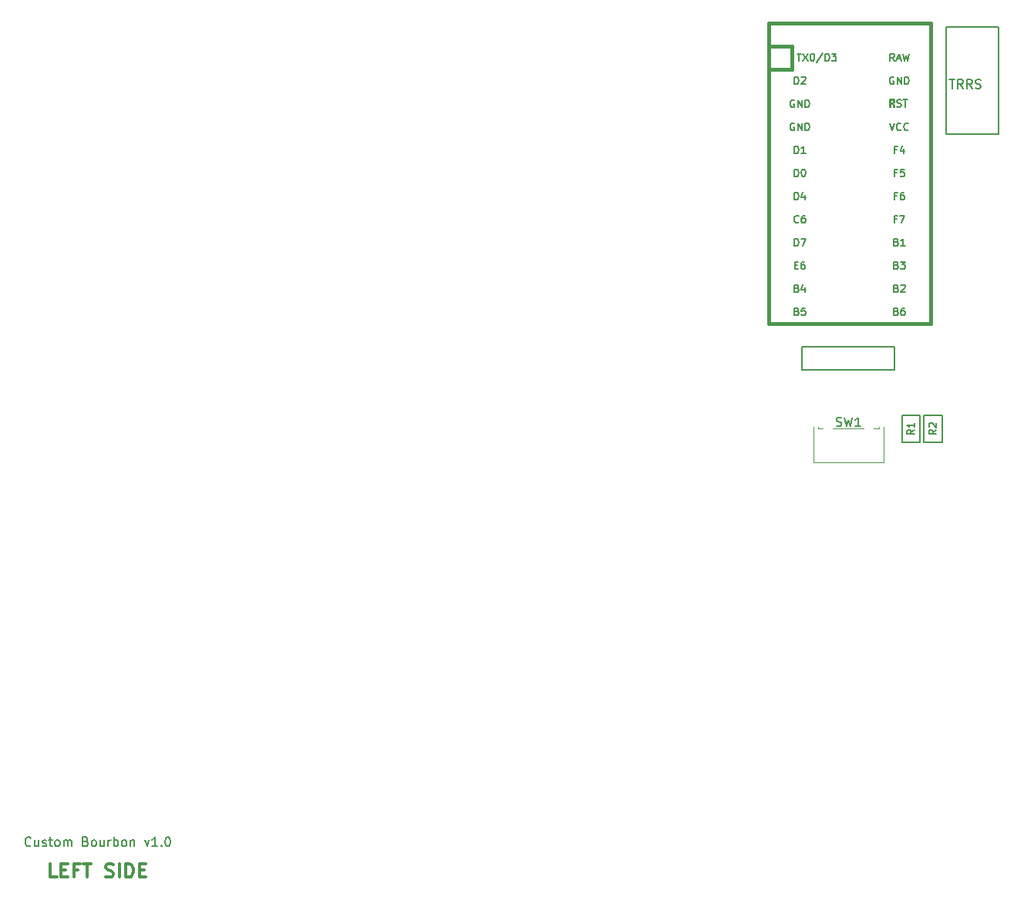
<source format=gto>
G04 #@! TF.GenerationSoftware,KiCad,Pcbnew,5.1.10*
G04 #@! TF.CreationDate,2021-08-07T14:45:58-04:00*
G04 #@! TF.ProjectId,v05_left,7630355f-6c65-4667-942e-6b696361645f,rev?*
G04 #@! TF.SameCoordinates,Original*
G04 #@! TF.FileFunction,Legend,Top*
G04 #@! TF.FilePolarity,Positive*
%FSLAX46Y46*%
G04 Gerber Fmt 4.6, Leading zero omitted, Abs format (unit mm)*
G04 Created by KiCad (PCBNEW 5.1.10) date 2021-08-07 14:45:58*
%MOMM*%
%LPD*%
G01*
G04 APERTURE LIST*
%ADD10C,0.300000*%
%ADD11C,0.150000*%
%ADD12C,0.381000*%
%ADD13C,0.120000*%
%ADD14C,3.987800*%
%ADD15C,1.750000*%
%ADD16C,3.048000*%
%ADD17R,1.752600X1.752600*%
%ADD18C,1.752600*%
%ADD19C,1.200000*%
%ADD20C,2.200000*%
%ADD21C,2.100000*%
%ADD22C,1.397000*%
G04 APERTURE END LIST*
D10*
X-98956250Y-99897321D02*
X-99670535Y-99897321D01*
X-99670535Y-98397321D01*
X-98456250Y-99111607D02*
X-97956250Y-99111607D01*
X-97741964Y-99897321D02*
X-98456250Y-99897321D01*
X-98456250Y-98397321D01*
X-97741964Y-98397321D01*
X-96599107Y-99111607D02*
X-97099107Y-99111607D01*
X-97099107Y-99897321D02*
X-97099107Y-98397321D01*
X-96384821Y-98397321D01*
X-96027678Y-98397321D02*
X-95170535Y-98397321D01*
X-95599107Y-99897321D02*
X-95599107Y-98397321D01*
X-93599107Y-99825892D02*
X-93384821Y-99897321D01*
X-93027678Y-99897321D01*
X-92884821Y-99825892D01*
X-92813392Y-99754464D01*
X-92741964Y-99611607D01*
X-92741964Y-99468750D01*
X-92813392Y-99325892D01*
X-92884821Y-99254464D01*
X-93027678Y-99183035D01*
X-93313392Y-99111607D01*
X-93456250Y-99040178D01*
X-93527678Y-98968750D01*
X-93599107Y-98825892D01*
X-93599107Y-98683035D01*
X-93527678Y-98540178D01*
X-93456250Y-98468750D01*
X-93313392Y-98397321D01*
X-92956250Y-98397321D01*
X-92741964Y-98468750D01*
X-92099107Y-99897321D02*
X-92099107Y-98397321D01*
X-91384821Y-99897321D02*
X-91384821Y-98397321D01*
X-91027678Y-98397321D01*
X-90813392Y-98468750D01*
X-90670535Y-98611607D01*
X-90599107Y-98754464D01*
X-90527678Y-99040178D01*
X-90527678Y-99254464D01*
X-90599107Y-99540178D01*
X-90670535Y-99683035D01*
X-90813392Y-99825892D01*
X-91027678Y-99897321D01*
X-91384821Y-99897321D01*
X-89884821Y-99111607D02*
X-89384821Y-99111607D01*
X-89170535Y-99897321D02*
X-89884821Y-99897321D01*
X-89884821Y-98397321D01*
X-89170535Y-98397321D01*
D11*
X-101813392Y-96400892D02*
X-101861011Y-96448511D01*
X-102003869Y-96496130D01*
X-102099107Y-96496130D01*
X-102241964Y-96448511D01*
X-102337202Y-96353273D01*
X-102384821Y-96258035D01*
X-102432440Y-96067559D01*
X-102432440Y-95924702D01*
X-102384821Y-95734226D01*
X-102337202Y-95638988D01*
X-102241964Y-95543750D01*
X-102099107Y-95496130D01*
X-102003869Y-95496130D01*
X-101861011Y-95543750D01*
X-101813392Y-95591369D01*
X-100956250Y-95829464D02*
X-100956250Y-96496130D01*
X-101384821Y-95829464D02*
X-101384821Y-96353273D01*
X-101337202Y-96448511D01*
X-101241964Y-96496130D01*
X-101099107Y-96496130D01*
X-101003869Y-96448511D01*
X-100956250Y-96400892D01*
X-100527678Y-96448511D02*
X-100432440Y-96496130D01*
X-100241964Y-96496130D01*
X-100146726Y-96448511D01*
X-100099107Y-96353273D01*
X-100099107Y-96305654D01*
X-100146726Y-96210416D01*
X-100241964Y-96162797D01*
X-100384821Y-96162797D01*
X-100480059Y-96115178D01*
X-100527678Y-96019940D01*
X-100527678Y-95972321D01*
X-100480059Y-95877083D01*
X-100384821Y-95829464D01*
X-100241964Y-95829464D01*
X-100146726Y-95877083D01*
X-99813392Y-95829464D02*
X-99432440Y-95829464D01*
X-99670535Y-95496130D02*
X-99670535Y-96353273D01*
X-99622916Y-96448511D01*
X-99527678Y-96496130D01*
X-99432440Y-96496130D01*
X-98956250Y-96496130D02*
X-99051488Y-96448511D01*
X-99099107Y-96400892D01*
X-99146726Y-96305654D01*
X-99146726Y-96019940D01*
X-99099107Y-95924702D01*
X-99051488Y-95877083D01*
X-98956250Y-95829464D01*
X-98813392Y-95829464D01*
X-98718154Y-95877083D01*
X-98670535Y-95924702D01*
X-98622916Y-96019940D01*
X-98622916Y-96305654D01*
X-98670535Y-96400892D01*
X-98718154Y-96448511D01*
X-98813392Y-96496130D01*
X-98956250Y-96496130D01*
X-98194345Y-96496130D02*
X-98194345Y-95829464D01*
X-98194345Y-95924702D02*
X-98146726Y-95877083D01*
X-98051488Y-95829464D01*
X-97908630Y-95829464D01*
X-97813392Y-95877083D01*
X-97765773Y-95972321D01*
X-97765773Y-96496130D01*
X-97765773Y-95972321D02*
X-97718154Y-95877083D01*
X-97622916Y-95829464D01*
X-97480059Y-95829464D01*
X-97384821Y-95877083D01*
X-97337202Y-95972321D01*
X-97337202Y-96496130D01*
X-95765773Y-95972321D02*
X-95622916Y-96019940D01*
X-95575297Y-96067559D01*
X-95527678Y-96162797D01*
X-95527678Y-96305654D01*
X-95575297Y-96400892D01*
X-95622916Y-96448511D01*
X-95718154Y-96496130D01*
X-96099107Y-96496130D01*
X-96099107Y-95496130D01*
X-95765773Y-95496130D01*
X-95670535Y-95543750D01*
X-95622916Y-95591369D01*
X-95575297Y-95686607D01*
X-95575297Y-95781845D01*
X-95622916Y-95877083D01*
X-95670535Y-95924702D01*
X-95765773Y-95972321D01*
X-96099107Y-95972321D01*
X-94956250Y-96496130D02*
X-95051488Y-96448511D01*
X-95099107Y-96400892D01*
X-95146726Y-96305654D01*
X-95146726Y-96019940D01*
X-95099107Y-95924702D01*
X-95051488Y-95877083D01*
X-94956250Y-95829464D01*
X-94813392Y-95829464D01*
X-94718154Y-95877083D01*
X-94670535Y-95924702D01*
X-94622916Y-96019940D01*
X-94622916Y-96305654D01*
X-94670535Y-96400892D01*
X-94718154Y-96448511D01*
X-94813392Y-96496130D01*
X-94956250Y-96496130D01*
X-93765773Y-95829464D02*
X-93765773Y-96496130D01*
X-94194345Y-95829464D02*
X-94194345Y-96353273D01*
X-94146726Y-96448511D01*
X-94051488Y-96496130D01*
X-93908630Y-96496130D01*
X-93813392Y-96448511D01*
X-93765773Y-96400892D01*
X-93289583Y-96496130D02*
X-93289583Y-95829464D01*
X-93289583Y-96019940D02*
X-93241964Y-95924702D01*
X-93194345Y-95877083D01*
X-93099107Y-95829464D01*
X-93003869Y-95829464D01*
X-92670535Y-96496130D02*
X-92670535Y-95496130D01*
X-92670535Y-95877083D02*
X-92575297Y-95829464D01*
X-92384821Y-95829464D01*
X-92289583Y-95877083D01*
X-92241964Y-95924702D01*
X-92194345Y-96019940D01*
X-92194345Y-96305654D01*
X-92241964Y-96400892D01*
X-92289583Y-96448511D01*
X-92384821Y-96496130D01*
X-92575297Y-96496130D01*
X-92670535Y-96448511D01*
X-91622916Y-96496130D02*
X-91718154Y-96448511D01*
X-91765773Y-96400892D01*
X-91813392Y-96305654D01*
X-91813392Y-96019940D01*
X-91765773Y-95924702D01*
X-91718154Y-95877083D01*
X-91622916Y-95829464D01*
X-91480059Y-95829464D01*
X-91384821Y-95877083D01*
X-91337202Y-95924702D01*
X-91289583Y-96019940D01*
X-91289583Y-96305654D01*
X-91337202Y-96400892D01*
X-91384821Y-96448511D01*
X-91480059Y-96496130D01*
X-91622916Y-96496130D01*
X-90861011Y-95829464D02*
X-90861011Y-96496130D01*
X-90861011Y-95924702D02*
X-90813392Y-95877083D01*
X-90718154Y-95829464D01*
X-90575297Y-95829464D01*
X-90480059Y-95877083D01*
X-90432440Y-95972321D01*
X-90432440Y-96496130D01*
X-89289583Y-95829464D02*
X-89051488Y-96496130D01*
X-88813392Y-95829464D01*
X-87908630Y-96496130D02*
X-88480059Y-96496130D01*
X-88194345Y-96496130D02*
X-88194345Y-95496130D01*
X-88289583Y-95638988D01*
X-88384821Y-95734226D01*
X-88480059Y-95781845D01*
X-87480059Y-96400892D02*
X-87432440Y-96448511D01*
X-87480059Y-96496130D01*
X-87527678Y-96448511D01*
X-87480059Y-96400892D01*
X-87480059Y-96496130D01*
X-86813392Y-95496130D02*
X-86718154Y-95496130D01*
X-86622916Y-95543750D01*
X-86575297Y-95591369D01*
X-86527678Y-95686607D01*
X-86480059Y-95877083D01*
X-86480059Y-96115178D01*
X-86527678Y-96305654D01*
X-86575297Y-96400892D01*
X-86622916Y-96448511D01*
X-86718154Y-96496130D01*
X-86813392Y-96496130D01*
X-86908630Y-96448511D01*
X-86956250Y-96400892D01*
X-87003869Y-96305654D01*
X-87051488Y-96115178D01*
X-87051488Y-95877083D01*
X-87003869Y-95686607D01*
X-86956250Y-95591369D01*
X-86908630Y-95543750D01*
X-86813392Y-95496130D01*
D12*
X-18256250Y-8572500D02*
X-20796250Y-8572500D01*
X-20796250Y-6032500D02*
X-20796250Y-8572500D01*
X-3016250Y-6032500D02*
X-20796250Y-6032500D01*
X-3016250Y-8572500D02*
X-3016250Y-6032500D01*
D11*
G36*
X-6974682Y-15051860D02*
G01*
X-6974682Y-15251860D01*
X-7074682Y-15251860D01*
X-7074682Y-15051860D01*
X-6974682Y-15051860D01*
G37*
X-6974682Y-15051860D02*
X-6974682Y-15251860D01*
X-7074682Y-15251860D01*
X-7074682Y-15051860D01*
X-6974682Y-15051860D01*
G36*
X-7374682Y-14451860D02*
G01*
X-7374682Y-15251860D01*
X-7474682Y-15251860D01*
X-7474682Y-14451860D01*
X-7374682Y-14451860D01*
G37*
X-7374682Y-14451860D02*
X-7374682Y-15251860D01*
X-7474682Y-15251860D01*
X-7474682Y-14451860D01*
X-7374682Y-14451860D01*
G36*
X-6974682Y-14451860D02*
G01*
X-6974682Y-14551860D01*
X-7474682Y-14551860D01*
X-7474682Y-14451860D01*
X-6974682Y-14451860D01*
G37*
X-6974682Y-14451860D02*
X-6974682Y-14551860D01*
X-7474682Y-14551860D01*
X-7474682Y-14451860D01*
X-6974682Y-14451860D01*
G36*
X-7174682Y-14851860D02*
G01*
X-7174682Y-14951860D01*
X-7274682Y-14951860D01*
X-7274682Y-14851860D01*
X-7174682Y-14851860D01*
G37*
X-7174682Y-14851860D02*
X-7174682Y-14951860D01*
X-7274682Y-14951860D01*
X-7274682Y-14851860D01*
X-7174682Y-14851860D01*
G36*
X-6974682Y-14451860D02*
G01*
X-6974682Y-14751860D01*
X-7074682Y-14751860D01*
X-7074682Y-14451860D01*
X-6974682Y-14451860D01*
G37*
X-6974682Y-14451860D02*
X-6974682Y-14751860D01*
X-7074682Y-14751860D01*
X-7074682Y-14451860D01*
X-6974682Y-14451860D01*
D12*
X-18256250Y-11112500D02*
X-20796250Y-11112500D01*
X-18256250Y-8572500D02*
X-18256250Y-11112500D01*
X-3016250Y-39052500D02*
X-3016250Y-8572500D01*
X-20796250Y-39052500D02*
X-3016250Y-39052500D01*
X-20796250Y-8572500D02*
X-20796250Y-39052500D01*
D11*
X-1312500Y-6500000D02*
X4487500Y-6500000D01*
X4487500Y-6500000D02*
X4487500Y-18250000D01*
X4487500Y-18250000D02*
X-1312500Y-18250000D01*
X-1312500Y-18250000D02*
X-1312500Y-6500000D01*
D13*
X-10325000Y-50623750D02*
X-13725000Y-50623750D01*
X-8685000Y-50623750D02*
X-9225000Y-50623750D01*
X-14825000Y-50623750D02*
X-15365000Y-50623750D01*
X-15365000Y-50623750D02*
X-15365000Y-50393750D01*
X-8165000Y-54293750D02*
X-8165000Y-50393750D01*
X-15885000Y-54293750D02*
X-15885000Y-50393750D01*
X-8165000Y-54293750D02*
X-15885000Y-54293750D01*
X-8685000Y-50623750D02*
X-8685000Y-50393750D01*
D11*
X-3758260Y-49125110D02*
X-3758260Y-52127390D01*
X-1756740Y-49125110D02*
X-3758260Y-49125110D01*
X-1756740Y-52127390D02*
X-1756740Y-49125110D01*
X-3758260Y-52127390D02*
X-1756740Y-52127390D01*
X-4137990Y-52127390D02*
X-4137990Y-49125110D01*
X-6139510Y-52127390D02*
X-4137990Y-52127390D01*
X-6139510Y-49125110D02*
X-6139510Y-52127390D01*
X-4137990Y-49125110D02*
X-6139510Y-49125110D01*
X-17145000Y-44132500D02*
X-17145000Y-41592500D01*
X-6985000Y-41592500D02*
X-6985000Y-44132500D01*
X-17145000Y-41592500D02*
X-6985000Y-41592500D01*
X-17145000Y-44132500D02*
X-6985000Y-44132500D01*
X-6769059Y-35185357D02*
X-6654773Y-35223452D01*
X-6616678Y-35261547D01*
X-6578583Y-35337738D01*
X-6578583Y-35452023D01*
X-6616678Y-35528214D01*
X-6654773Y-35566309D01*
X-6730964Y-35604404D01*
X-7035726Y-35604404D01*
X-7035726Y-34804404D01*
X-6769059Y-34804404D01*
X-6692869Y-34842500D01*
X-6654773Y-34880595D01*
X-6616678Y-34956785D01*
X-6616678Y-35032976D01*
X-6654773Y-35109166D01*
X-6692869Y-35147261D01*
X-6769059Y-35185357D01*
X-7035726Y-35185357D01*
X-6273821Y-34880595D02*
X-6235726Y-34842500D01*
X-6159535Y-34804404D01*
X-5969059Y-34804404D01*
X-5892869Y-34842500D01*
X-5854773Y-34880595D01*
X-5816678Y-34956785D01*
X-5816678Y-35032976D01*
X-5854773Y-35147261D01*
X-6311916Y-35604404D01*
X-5816678Y-35604404D01*
X-6711916Y-27565357D02*
X-6978583Y-27565357D01*
X-6978583Y-27984404D02*
X-6978583Y-27184404D01*
X-6597630Y-27184404D01*
X-6369059Y-27184404D02*
X-5835726Y-27184404D01*
X-6178583Y-27984404D01*
X-6711916Y-25025357D02*
X-6978583Y-25025357D01*
X-6978583Y-25444404D02*
X-6978583Y-24644404D01*
X-6597630Y-24644404D01*
X-5950011Y-24644404D02*
X-6102392Y-24644404D01*
X-6178583Y-24682500D01*
X-6216678Y-24720595D01*
X-6292869Y-24834880D01*
X-6330964Y-24987261D01*
X-6330964Y-25292023D01*
X-6292869Y-25368214D01*
X-6254773Y-25406309D01*
X-6178583Y-25444404D01*
X-6026202Y-25444404D01*
X-5950011Y-25406309D01*
X-5911916Y-25368214D01*
X-5873821Y-25292023D01*
X-5873821Y-25101547D01*
X-5911916Y-25025357D01*
X-5950011Y-24987261D01*
X-6026202Y-24949166D01*
X-6178583Y-24949166D01*
X-6254773Y-24987261D01*
X-6292869Y-25025357D01*
X-6330964Y-25101547D01*
X-6711916Y-22485357D02*
X-6978583Y-22485357D01*
X-6978583Y-22904404D02*
X-6978583Y-22104404D01*
X-6597630Y-22104404D01*
X-5911916Y-22104404D02*
X-6292869Y-22104404D01*
X-6330964Y-22485357D01*
X-6292869Y-22447261D01*
X-6216678Y-22409166D01*
X-6026202Y-22409166D01*
X-5950011Y-22447261D01*
X-5911916Y-22485357D01*
X-5873821Y-22561547D01*
X-5873821Y-22752023D01*
X-5911916Y-22828214D01*
X-5950011Y-22866309D01*
X-6026202Y-22904404D01*
X-6216678Y-22904404D01*
X-6292869Y-22866309D01*
X-6330964Y-22828214D01*
X-6997630Y-10204404D02*
X-7264297Y-9823452D01*
X-7454773Y-10204404D02*
X-7454773Y-9404404D01*
X-7150011Y-9404404D01*
X-7073821Y-9442500D01*
X-7035726Y-9480595D01*
X-6997630Y-9556785D01*
X-6997630Y-9671071D01*
X-7035726Y-9747261D01*
X-7073821Y-9785357D01*
X-7150011Y-9823452D01*
X-7454773Y-9823452D01*
X-6692869Y-9975833D02*
X-6311916Y-9975833D01*
X-6769059Y-10204404D02*
X-6502392Y-9404404D01*
X-6235726Y-10204404D01*
X-6045250Y-9404404D02*
X-5854773Y-10204404D01*
X-5702392Y-9632976D01*
X-5550011Y-10204404D01*
X-5359535Y-9404404D01*
X-7054773Y-11982500D02*
X-7130964Y-11944404D01*
X-7245250Y-11944404D01*
X-7359535Y-11982500D01*
X-7435726Y-12058690D01*
X-7473821Y-12134880D01*
X-7511916Y-12287261D01*
X-7511916Y-12401547D01*
X-7473821Y-12553928D01*
X-7435726Y-12630119D01*
X-7359535Y-12706309D01*
X-7245250Y-12744404D01*
X-7169059Y-12744404D01*
X-7054773Y-12706309D01*
X-7016678Y-12668214D01*
X-7016678Y-12401547D01*
X-7169059Y-12401547D01*
X-6673821Y-12744404D02*
X-6673821Y-11944404D01*
X-6216678Y-12744404D01*
X-6216678Y-11944404D01*
X-5835726Y-12744404D02*
X-5835726Y-11944404D01*
X-5645250Y-11944404D01*
X-5530964Y-11982500D01*
X-5454773Y-12058690D01*
X-5416678Y-12134880D01*
X-5378583Y-12287261D01*
X-5378583Y-12401547D01*
X-5416678Y-12553928D01*
X-5454773Y-12630119D01*
X-5530964Y-12706309D01*
X-5645250Y-12744404D01*
X-5835726Y-12744404D01*
X-6706463Y-15216309D02*
X-6592177Y-15254404D01*
X-6401701Y-15254404D01*
X-6325510Y-15216309D01*
X-6287415Y-15178214D01*
X-6249320Y-15102023D01*
X-6249320Y-15025833D01*
X-6287415Y-14949642D01*
X-6325510Y-14911547D01*
X-6401701Y-14873452D01*
X-6554082Y-14835357D01*
X-6630272Y-14797261D01*
X-6668368Y-14759166D01*
X-6706463Y-14682976D01*
X-6706463Y-14606785D01*
X-6668368Y-14530595D01*
X-6630272Y-14492500D01*
X-6554082Y-14454404D01*
X-6363606Y-14454404D01*
X-6249320Y-14492500D01*
X-6020749Y-14454404D02*
X-5563606Y-14454404D01*
X-5792177Y-15254404D02*
X-5792177Y-14454404D01*
X-7511916Y-17024404D02*
X-7245250Y-17824404D01*
X-6978583Y-17024404D01*
X-6254773Y-17748214D02*
X-6292869Y-17786309D01*
X-6407154Y-17824404D01*
X-6483345Y-17824404D01*
X-6597630Y-17786309D01*
X-6673821Y-17710119D01*
X-6711916Y-17633928D01*
X-6750011Y-17481547D01*
X-6750011Y-17367261D01*
X-6711916Y-17214880D01*
X-6673821Y-17138690D01*
X-6597630Y-17062500D01*
X-6483345Y-17024404D01*
X-6407154Y-17024404D01*
X-6292869Y-17062500D01*
X-6254773Y-17100595D01*
X-5454773Y-17748214D02*
X-5492869Y-17786309D01*
X-5607154Y-17824404D01*
X-5683345Y-17824404D01*
X-5797630Y-17786309D01*
X-5873821Y-17710119D01*
X-5911916Y-17633928D01*
X-5950011Y-17481547D01*
X-5950011Y-17367261D01*
X-5911916Y-17214880D01*
X-5873821Y-17138690D01*
X-5797630Y-17062500D01*
X-5683345Y-17024404D01*
X-5607154Y-17024404D01*
X-5492869Y-17062500D01*
X-5454773Y-17100595D01*
X-6711916Y-19945357D02*
X-6978583Y-19945357D01*
X-6978583Y-20364404D02*
X-6978583Y-19564404D01*
X-6597630Y-19564404D01*
X-5950011Y-19831071D02*
X-5950011Y-20364404D01*
X-6140488Y-19526309D02*
X-6330964Y-20097738D01*
X-5835726Y-20097738D01*
X-6769059Y-30105357D02*
X-6654773Y-30143452D01*
X-6616678Y-30181547D01*
X-6578583Y-30257738D01*
X-6578583Y-30372023D01*
X-6616678Y-30448214D01*
X-6654773Y-30486309D01*
X-6730964Y-30524404D01*
X-7035726Y-30524404D01*
X-7035726Y-29724404D01*
X-6769059Y-29724404D01*
X-6692869Y-29762500D01*
X-6654773Y-29800595D01*
X-6616678Y-29876785D01*
X-6616678Y-29952976D01*
X-6654773Y-30029166D01*
X-6692869Y-30067261D01*
X-6769059Y-30105357D01*
X-7035726Y-30105357D01*
X-5816678Y-30524404D02*
X-6273821Y-30524404D01*
X-6045250Y-30524404D02*
X-6045250Y-29724404D01*
X-6121440Y-29838690D01*
X-6197630Y-29914880D01*
X-6273821Y-29952976D01*
X-6769059Y-32645357D02*
X-6654773Y-32683452D01*
X-6616678Y-32721547D01*
X-6578583Y-32797738D01*
X-6578583Y-32912023D01*
X-6616678Y-32988214D01*
X-6654773Y-33026309D01*
X-6730964Y-33064404D01*
X-7035726Y-33064404D01*
X-7035726Y-32264404D01*
X-6769059Y-32264404D01*
X-6692869Y-32302500D01*
X-6654773Y-32340595D01*
X-6616678Y-32416785D01*
X-6616678Y-32492976D01*
X-6654773Y-32569166D01*
X-6692869Y-32607261D01*
X-6769059Y-32645357D01*
X-7035726Y-32645357D01*
X-6311916Y-32264404D02*
X-5816678Y-32264404D01*
X-6083345Y-32569166D01*
X-5969059Y-32569166D01*
X-5892869Y-32607261D01*
X-5854773Y-32645357D01*
X-5816678Y-32721547D01*
X-5816678Y-32912023D01*
X-5854773Y-32988214D01*
X-5892869Y-33026309D01*
X-5969059Y-33064404D01*
X-6197630Y-33064404D01*
X-6273821Y-33026309D01*
X-6311916Y-32988214D01*
X-6769059Y-37725357D02*
X-6654773Y-37763452D01*
X-6616678Y-37801547D01*
X-6578583Y-37877738D01*
X-6578583Y-37992023D01*
X-6616678Y-38068214D01*
X-6654773Y-38106309D01*
X-6730964Y-38144404D01*
X-7035726Y-38144404D01*
X-7035726Y-37344404D01*
X-6769059Y-37344404D01*
X-6692869Y-37382500D01*
X-6654773Y-37420595D01*
X-6616678Y-37496785D01*
X-6616678Y-37572976D01*
X-6654773Y-37649166D01*
X-6692869Y-37687261D01*
X-6769059Y-37725357D01*
X-7035726Y-37725357D01*
X-5892869Y-37344404D02*
X-6045250Y-37344404D01*
X-6121440Y-37382500D01*
X-6159535Y-37420595D01*
X-6235726Y-37534880D01*
X-6273821Y-37687261D01*
X-6273821Y-37992023D01*
X-6235726Y-38068214D01*
X-6197630Y-38106309D01*
X-6121440Y-38144404D01*
X-5969059Y-38144404D01*
X-5892869Y-38106309D01*
X-5854773Y-38068214D01*
X-5816678Y-37992023D01*
X-5816678Y-37801547D01*
X-5854773Y-37725357D01*
X-5892869Y-37687261D01*
X-5969059Y-37649166D01*
X-6121440Y-37649166D01*
X-6197630Y-37687261D01*
X-6235726Y-37725357D01*
X-6273821Y-37801547D01*
X-17691059Y-37725357D02*
X-17576773Y-37763452D01*
X-17538678Y-37801547D01*
X-17500583Y-37877738D01*
X-17500583Y-37992023D01*
X-17538678Y-38068214D01*
X-17576773Y-38106309D01*
X-17652964Y-38144404D01*
X-17957726Y-38144404D01*
X-17957726Y-37344404D01*
X-17691059Y-37344404D01*
X-17614869Y-37382500D01*
X-17576773Y-37420595D01*
X-17538678Y-37496785D01*
X-17538678Y-37572976D01*
X-17576773Y-37649166D01*
X-17614869Y-37687261D01*
X-17691059Y-37725357D01*
X-17957726Y-37725357D01*
X-16776773Y-37344404D02*
X-17157726Y-37344404D01*
X-17195821Y-37725357D01*
X-17157726Y-37687261D01*
X-17081535Y-37649166D01*
X-16891059Y-37649166D01*
X-16814869Y-37687261D01*
X-16776773Y-37725357D01*
X-16738678Y-37801547D01*
X-16738678Y-37992023D01*
X-16776773Y-38068214D01*
X-16814869Y-38106309D01*
X-16891059Y-38144404D01*
X-17081535Y-38144404D01*
X-17157726Y-38106309D01*
X-17195821Y-38068214D01*
X-17691059Y-35185357D02*
X-17576773Y-35223452D01*
X-17538678Y-35261547D01*
X-17500583Y-35337738D01*
X-17500583Y-35452023D01*
X-17538678Y-35528214D01*
X-17576773Y-35566309D01*
X-17652964Y-35604404D01*
X-17957726Y-35604404D01*
X-17957726Y-34804404D01*
X-17691059Y-34804404D01*
X-17614869Y-34842500D01*
X-17576773Y-34880595D01*
X-17538678Y-34956785D01*
X-17538678Y-35032976D01*
X-17576773Y-35109166D01*
X-17614869Y-35147261D01*
X-17691059Y-35185357D01*
X-17957726Y-35185357D01*
X-16814869Y-35071071D02*
X-16814869Y-35604404D01*
X-17005345Y-34766309D02*
X-17195821Y-35337738D01*
X-16700583Y-35337738D01*
X-17919630Y-32645357D02*
X-17652964Y-32645357D01*
X-17538678Y-33064404D02*
X-17919630Y-33064404D01*
X-17919630Y-32264404D01*
X-17538678Y-32264404D01*
X-16852964Y-32264404D02*
X-17005345Y-32264404D01*
X-17081535Y-32302500D01*
X-17119630Y-32340595D01*
X-17195821Y-32454880D01*
X-17233916Y-32607261D01*
X-17233916Y-32912023D01*
X-17195821Y-32988214D01*
X-17157726Y-33026309D01*
X-17081535Y-33064404D01*
X-16929154Y-33064404D01*
X-16852964Y-33026309D01*
X-16814869Y-32988214D01*
X-16776773Y-32912023D01*
X-16776773Y-32721547D01*
X-16814869Y-32645357D01*
X-16852964Y-32607261D01*
X-16929154Y-32569166D01*
X-17081535Y-32569166D01*
X-17157726Y-32607261D01*
X-17195821Y-32645357D01*
X-17233916Y-32721547D01*
X-17957726Y-30524404D02*
X-17957726Y-29724404D01*
X-17767250Y-29724404D01*
X-17652964Y-29762500D01*
X-17576773Y-29838690D01*
X-17538678Y-29914880D01*
X-17500583Y-30067261D01*
X-17500583Y-30181547D01*
X-17538678Y-30333928D01*
X-17576773Y-30410119D01*
X-17652964Y-30486309D01*
X-17767250Y-30524404D01*
X-17957726Y-30524404D01*
X-17233916Y-29724404D02*
X-16700583Y-29724404D01*
X-17043440Y-30524404D01*
X-17500583Y-27908214D02*
X-17538678Y-27946309D01*
X-17652964Y-27984404D01*
X-17729154Y-27984404D01*
X-17843440Y-27946309D01*
X-17919630Y-27870119D01*
X-17957726Y-27793928D01*
X-17995821Y-27641547D01*
X-17995821Y-27527261D01*
X-17957726Y-27374880D01*
X-17919630Y-27298690D01*
X-17843440Y-27222500D01*
X-17729154Y-27184404D01*
X-17652964Y-27184404D01*
X-17538678Y-27222500D01*
X-17500583Y-27260595D01*
X-16814869Y-27184404D02*
X-16967250Y-27184404D01*
X-17043440Y-27222500D01*
X-17081535Y-27260595D01*
X-17157726Y-27374880D01*
X-17195821Y-27527261D01*
X-17195821Y-27832023D01*
X-17157726Y-27908214D01*
X-17119630Y-27946309D01*
X-17043440Y-27984404D01*
X-16891059Y-27984404D01*
X-16814869Y-27946309D01*
X-16776773Y-27908214D01*
X-16738678Y-27832023D01*
X-16738678Y-27641547D01*
X-16776773Y-27565357D01*
X-16814869Y-27527261D01*
X-16891059Y-27489166D01*
X-17043440Y-27489166D01*
X-17119630Y-27527261D01*
X-17157726Y-27565357D01*
X-17195821Y-27641547D01*
X-17957726Y-25444404D02*
X-17957726Y-24644404D01*
X-17767250Y-24644404D01*
X-17652964Y-24682500D01*
X-17576773Y-24758690D01*
X-17538678Y-24834880D01*
X-17500583Y-24987261D01*
X-17500583Y-25101547D01*
X-17538678Y-25253928D01*
X-17576773Y-25330119D01*
X-17652964Y-25406309D01*
X-17767250Y-25444404D01*
X-17957726Y-25444404D01*
X-16814869Y-24911071D02*
X-16814869Y-25444404D01*
X-17005345Y-24606309D02*
X-17195821Y-25177738D01*
X-16700583Y-25177738D01*
X-17976773Y-14522500D02*
X-18052964Y-14484404D01*
X-18167250Y-14484404D01*
X-18281535Y-14522500D01*
X-18357726Y-14598690D01*
X-18395821Y-14674880D01*
X-18433916Y-14827261D01*
X-18433916Y-14941547D01*
X-18395821Y-15093928D01*
X-18357726Y-15170119D01*
X-18281535Y-15246309D01*
X-18167250Y-15284404D01*
X-18091059Y-15284404D01*
X-17976773Y-15246309D01*
X-17938678Y-15208214D01*
X-17938678Y-14941547D01*
X-18091059Y-14941547D01*
X-17595821Y-15284404D02*
X-17595821Y-14484404D01*
X-17138678Y-15284404D01*
X-17138678Y-14484404D01*
X-16757726Y-15284404D02*
X-16757726Y-14484404D01*
X-16567250Y-14484404D01*
X-16452964Y-14522500D01*
X-16376773Y-14598690D01*
X-16338678Y-14674880D01*
X-16300583Y-14827261D01*
X-16300583Y-14941547D01*
X-16338678Y-15093928D01*
X-16376773Y-15170119D01*
X-16452964Y-15246309D01*
X-16567250Y-15284404D01*
X-16757726Y-15284404D01*
X-17976773Y-17062500D02*
X-18052964Y-17024404D01*
X-18167250Y-17024404D01*
X-18281535Y-17062500D01*
X-18357726Y-17138690D01*
X-18395821Y-17214880D01*
X-18433916Y-17367261D01*
X-18433916Y-17481547D01*
X-18395821Y-17633928D01*
X-18357726Y-17710119D01*
X-18281535Y-17786309D01*
X-18167250Y-17824404D01*
X-18091059Y-17824404D01*
X-17976773Y-17786309D01*
X-17938678Y-17748214D01*
X-17938678Y-17481547D01*
X-18091059Y-17481547D01*
X-17595821Y-17824404D02*
X-17595821Y-17024404D01*
X-17138678Y-17824404D01*
X-17138678Y-17024404D01*
X-16757726Y-17824404D02*
X-16757726Y-17024404D01*
X-16567250Y-17024404D01*
X-16452964Y-17062500D01*
X-16376773Y-17138690D01*
X-16338678Y-17214880D01*
X-16300583Y-17367261D01*
X-16300583Y-17481547D01*
X-16338678Y-17633928D01*
X-16376773Y-17710119D01*
X-16452964Y-17786309D01*
X-16567250Y-17824404D01*
X-16757726Y-17824404D01*
X-17957726Y-20364404D02*
X-17957726Y-19564404D01*
X-17767250Y-19564404D01*
X-17652964Y-19602500D01*
X-17576773Y-19678690D01*
X-17538678Y-19754880D01*
X-17500583Y-19907261D01*
X-17500583Y-20021547D01*
X-17538678Y-20173928D01*
X-17576773Y-20250119D01*
X-17652964Y-20326309D01*
X-17767250Y-20364404D01*
X-17957726Y-20364404D01*
X-16738678Y-20364404D02*
X-17195821Y-20364404D01*
X-16967250Y-20364404D02*
X-16967250Y-19564404D01*
X-17043440Y-19678690D01*
X-17119630Y-19754880D01*
X-17195821Y-19792976D01*
X-17957726Y-22904404D02*
X-17957726Y-22104404D01*
X-17767250Y-22104404D01*
X-17652964Y-22142500D01*
X-17576773Y-22218690D01*
X-17538678Y-22294880D01*
X-17500583Y-22447261D01*
X-17500583Y-22561547D01*
X-17538678Y-22713928D01*
X-17576773Y-22790119D01*
X-17652964Y-22866309D01*
X-17767250Y-22904404D01*
X-17957726Y-22904404D01*
X-17005345Y-22104404D02*
X-16929154Y-22104404D01*
X-16852964Y-22142500D01*
X-16814869Y-22180595D01*
X-16776773Y-22256785D01*
X-16738678Y-22409166D01*
X-16738678Y-22599642D01*
X-16776773Y-22752023D01*
X-16814869Y-22828214D01*
X-16852964Y-22866309D01*
X-16929154Y-22904404D01*
X-17005345Y-22904404D01*
X-17081535Y-22866309D01*
X-17119630Y-22828214D01*
X-17157726Y-22752023D01*
X-17195821Y-22599642D01*
X-17195821Y-22409166D01*
X-17157726Y-22256785D01*
X-17119630Y-22180595D01*
X-17081535Y-22142500D01*
X-17005345Y-22104404D01*
X-17957726Y-12744404D02*
X-17957726Y-11944404D01*
X-17767250Y-11944404D01*
X-17652964Y-11982500D01*
X-17576773Y-12058690D01*
X-17538678Y-12134880D01*
X-17500583Y-12287261D01*
X-17500583Y-12401547D01*
X-17538678Y-12553928D01*
X-17576773Y-12630119D01*
X-17652964Y-12706309D01*
X-17767250Y-12744404D01*
X-17957726Y-12744404D01*
X-17195821Y-12020595D02*
X-17157726Y-11982500D01*
X-17081535Y-11944404D01*
X-16891059Y-11944404D01*
X-16814869Y-11982500D01*
X-16776773Y-12020595D01*
X-16738678Y-12096785D01*
X-16738678Y-12172976D01*
X-16776773Y-12287261D01*
X-17233916Y-12744404D01*
X-16738678Y-12744404D01*
X-17668598Y-9404404D02*
X-17211455Y-9404404D01*
X-17440026Y-10204404D02*
X-17440026Y-9404404D01*
X-17020979Y-9404404D02*
X-16487645Y-10204404D01*
X-16487645Y-9404404D02*
X-17020979Y-10204404D01*
X-16030502Y-9404404D02*
X-15954312Y-9404404D01*
X-15878122Y-9442500D01*
X-15840026Y-9480595D01*
X-15801931Y-9556785D01*
X-15763836Y-9709166D01*
X-15763836Y-9899642D01*
X-15801931Y-10052023D01*
X-15840026Y-10128214D01*
X-15878122Y-10166309D01*
X-15954312Y-10204404D01*
X-16030502Y-10204404D01*
X-16106693Y-10166309D01*
X-16144788Y-10128214D01*
X-16182883Y-10052023D01*
X-16220979Y-9899642D01*
X-16220979Y-9709166D01*
X-16182883Y-9556785D01*
X-16144788Y-9480595D01*
X-16106693Y-9442500D01*
X-16030502Y-9404404D01*
X-14849550Y-9366309D02*
X-15535264Y-10394880D01*
X-14582883Y-10204404D02*
X-14582883Y-9404404D01*
X-14392407Y-9404404D01*
X-14278122Y-9442500D01*
X-14201931Y-9518690D01*
X-14163836Y-9594880D01*
X-14125741Y-9747261D01*
X-14125741Y-9861547D01*
X-14163836Y-10013928D01*
X-14201931Y-10090119D01*
X-14278122Y-10166309D01*
X-14392407Y-10204404D01*
X-14582883Y-10204404D01*
X-13859074Y-9404404D02*
X-13363836Y-9404404D01*
X-13630502Y-9709166D01*
X-13516217Y-9709166D01*
X-13440026Y-9747261D01*
X-13401931Y-9785357D01*
X-13363836Y-9861547D01*
X-13363836Y-10052023D01*
X-13401931Y-10128214D01*
X-13440026Y-10166309D01*
X-13516217Y-10204404D01*
X-13744788Y-10204404D01*
X-13820979Y-10166309D01*
X-13859074Y-10128214D01*
X-924404Y-12252380D02*
X-352976Y-12252380D01*
X-638690Y-13252380D02*
X-638690Y-12252380D01*
X551785Y-13252380D02*
X218452Y-12776190D01*
X-19642Y-13252380D02*
X-19642Y-12252380D01*
X361309Y-12252380D01*
X456547Y-12300000D01*
X504166Y-12347619D01*
X551785Y-12442857D01*
X551785Y-12585714D01*
X504166Y-12680952D01*
X456547Y-12728571D01*
X361309Y-12776190D01*
X-19642Y-12776190D01*
X1551785Y-13252380D02*
X1218452Y-12776190D01*
X980357Y-13252380D02*
X980357Y-12252380D01*
X1361309Y-12252380D01*
X1456547Y-12300000D01*
X1504166Y-12347619D01*
X1551785Y-12442857D01*
X1551785Y-12585714D01*
X1504166Y-12680952D01*
X1456547Y-12728571D01*
X1361309Y-12776190D01*
X980357Y-12776190D01*
X1932738Y-13204761D02*
X2075595Y-13252380D01*
X2313690Y-13252380D01*
X2408928Y-13204761D01*
X2456547Y-13157142D01*
X2504166Y-13061904D01*
X2504166Y-12966666D01*
X2456547Y-12871428D01*
X2408928Y-12823809D01*
X2313690Y-12776190D01*
X2123214Y-12728571D01*
X2027976Y-12680952D01*
X1980357Y-12633333D01*
X1932738Y-12538095D01*
X1932738Y-12442857D01*
X1980357Y-12347619D01*
X2027976Y-12300000D01*
X2123214Y-12252380D01*
X2361309Y-12252380D01*
X2504166Y-12300000D01*
X-13358333Y-50318511D02*
X-13215476Y-50366130D01*
X-12977380Y-50366130D01*
X-12882142Y-50318511D01*
X-12834523Y-50270892D01*
X-12786904Y-50175654D01*
X-12786904Y-50080416D01*
X-12834523Y-49985178D01*
X-12882142Y-49937559D01*
X-12977380Y-49889940D01*
X-13167857Y-49842321D01*
X-13263095Y-49794702D01*
X-13310714Y-49747083D01*
X-13358333Y-49651845D01*
X-13358333Y-49556607D01*
X-13310714Y-49461369D01*
X-13263095Y-49413750D01*
X-13167857Y-49366130D01*
X-12929761Y-49366130D01*
X-12786904Y-49413750D01*
X-12453571Y-49366130D02*
X-12215476Y-50366130D01*
X-12025000Y-49651845D01*
X-11834523Y-50366130D01*
X-11596428Y-49366130D01*
X-10691666Y-50366130D02*
X-11263095Y-50366130D01*
X-10977380Y-50366130D02*
X-10977380Y-49366130D01*
X-11072619Y-49508988D01*
X-11167857Y-49604226D01*
X-11263095Y-49651845D01*
X-2395595Y-50759583D02*
X-2776547Y-51026250D01*
X-2395595Y-51216726D02*
X-3195595Y-51216726D01*
X-3195595Y-50911964D01*
X-3157500Y-50835773D01*
X-3119404Y-50797678D01*
X-3043214Y-50759583D01*
X-2928928Y-50759583D01*
X-2852738Y-50797678D01*
X-2814642Y-50835773D01*
X-2776547Y-50911964D01*
X-2776547Y-51216726D01*
X-3119404Y-50454821D02*
X-3157500Y-50416726D01*
X-3195595Y-50340535D01*
X-3195595Y-50150059D01*
X-3157500Y-50073869D01*
X-3119404Y-50035773D01*
X-3043214Y-49997678D01*
X-2967023Y-49997678D01*
X-2852738Y-50035773D01*
X-2395595Y-50492916D01*
X-2395595Y-49997678D01*
X-4776845Y-50759583D02*
X-5157797Y-51026250D01*
X-4776845Y-51216726D02*
X-5576845Y-51216726D01*
X-5576845Y-50911964D01*
X-5538750Y-50835773D01*
X-5500654Y-50797678D01*
X-5424464Y-50759583D01*
X-5310178Y-50759583D01*
X-5233988Y-50797678D01*
X-5195892Y-50835773D01*
X-5157797Y-50911964D01*
X-5157797Y-51216726D01*
X-4776845Y-49997678D02*
X-4776845Y-50454821D01*
X-4776845Y-50226250D02*
X-5576845Y-50226250D01*
X-5462559Y-50302440D01*
X-5386369Y-50378630D01*
X-5348273Y-50454821D01*
%LPC*%
D14*
X-89693750Y-115093750D03*
D15*
X-94773750Y-115093750D03*
X-84613750Y-115093750D03*
D14*
X-115887500Y-115093750D03*
D15*
X-120967500Y-115093750D03*
X-110807500Y-115093750D03*
D14*
X-139700000Y-115093750D03*
D15*
X-144780000Y-115093750D03*
X-134620000Y-115093750D03*
D14*
X-163512500Y-115093750D03*
D15*
X-168592500Y-115093750D03*
X-158432500Y-115093750D03*
D14*
X-158750000Y-96043750D03*
D15*
X-163830000Y-96043750D03*
X-153670000Y-96043750D03*
D14*
X-156368750Y-57943750D03*
D15*
X-161448750Y-57943750D03*
X-151288750Y-57943750D03*
D14*
X-36068000Y-118618000D03*
D15*
X-40467409Y-116078000D03*
X-31668591Y-121158000D03*
D16*
X-42886615Y-106615688D03*
X-22264385Y-118521938D03*
D14*
X-50506615Y-119813915D03*
X-29884385Y-131720165D03*
X-75406250Y-115093750D03*
D15*
X-80486250Y-115093750D03*
X-70326250Y-115093750D03*
D14*
X-37306250Y-46037500D03*
D15*
X-42386250Y-46037500D03*
X-32226250Y-46037500D03*
D17*
X-19526250Y-9842500D03*
D18*
X-19526250Y-12382500D03*
X-19526250Y-14922500D03*
X-19526250Y-17462500D03*
X-19526250Y-20002500D03*
X-19526250Y-22542500D03*
X-19526250Y-25082500D03*
X-19526250Y-27622500D03*
X-19526250Y-30162500D03*
X-19526250Y-32702500D03*
X-19526250Y-35242500D03*
X-4286250Y-37782500D03*
X-4286250Y-35242500D03*
X-4286250Y-32702500D03*
X-4286250Y-30162500D03*
X-4286250Y-27622500D03*
X-4286250Y-25082500D03*
X-4286250Y-22542500D03*
X-4286250Y-20002500D03*
X-4286250Y-17462500D03*
X-4286250Y-14922500D03*
X-4286250Y-12382500D03*
X-19526250Y-37782500D03*
X-4286250Y-9842500D03*
D19*
X1587500Y-14850000D03*
X1587500Y-7850000D03*
D20*
X-19750000Y-50750000D03*
X2381250Y-50800000D03*
D19*
X-12025000Y-52803750D03*
D21*
X-8525000Y-49103750D03*
D15*
X-9525000Y-51593750D03*
X-14525000Y-51593750D03*
D21*
X-15535000Y-49103750D03*
D14*
X-125412500Y-115093750D03*
D15*
X-130492500Y-115093750D03*
X-120332500Y-115093750D03*
D14*
X-113506250Y-24003000D03*
D15*
X-118586250Y-24003000D03*
X-108426250Y-24003000D03*
D14*
X-37306250Y-69850000D03*
D15*
X-37306250Y-74930000D03*
X-37306250Y-64770000D03*
D14*
X-56356250Y-45466000D03*
D15*
X-61436250Y-45466000D03*
X-51276250Y-45466000D03*
D14*
X-113506250Y-43053000D03*
D15*
X-118586250Y-43053000D03*
X-108426250Y-43053000D03*
D14*
X-56356250Y-26416000D03*
D15*
X-61436250Y-26416000D03*
X-51276250Y-26416000D03*
D22*
X-2757500Y-48086250D03*
X-2757500Y-53166250D03*
X-5138750Y-53166250D03*
X-5138750Y-48086250D03*
X-8255000Y-42862500D03*
X-10795000Y-42862500D03*
X-13335000Y-42862500D03*
X-15875000Y-42862500D03*
D14*
X-101600000Y-115093750D03*
D15*
X-106680000Y-115093750D03*
X-96520000Y-115093750D03*
D14*
X-149225000Y-115093750D03*
D15*
X-154305000Y-115093750D03*
X-144145000Y-115093750D03*
D14*
X-56356250Y-83566000D03*
D15*
X-61436250Y-83566000D03*
X-51276250Y-83566000D03*
D14*
X-75406250Y-82550000D03*
D15*
X-80486250Y-82550000D03*
X-70326250Y-82550000D03*
D14*
X-94456250Y-77680750D03*
D15*
X-99536250Y-77680750D03*
X-89376250Y-77680750D03*
D14*
X-113506250Y-81153000D03*
D15*
X-118586250Y-81153000D03*
X-108426250Y-81153000D03*
D14*
X-132556250Y-96043750D03*
D15*
X-137636250Y-96043750D03*
X-127476250Y-96043750D03*
D14*
X-151606250Y-96043750D03*
D15*
X-156686250Y-96043750D03*
X-146526250Y-96043750D03*
D14*
X-56356250Y-64516000D03*
D15*
X-61436250Y-64516000D03*
X-51276250Y-64516000D03*
D14*
X-75406250Y-63500000D03*
D15*
X-80486250Y-63500000D03*
X-70326250Y-63500000D03*
D14*
X-94456250Y-58630750D03*
D15*
X-99536250Y-58630750D03*
X-89376250Y-58630750D03*
D14*
X-113506250Y-62103000D03*
D15*
X-118586250Y-62103000D03*
X-108426250Y-62103000D03*
D14*
X-132556250Y-76993750D03*
D15*
X-137636250Y-76993750D03*
X-127476250Y-76993750D03*
D14*
X-151606250Y-76993750D03*
D15*
X-156686250Y-76993750D03*
X-146526250Y-76993750D03*
D14*
X-75406250Y-44450000D03*
D15*
X-80486250Y-44450000D03*
X-70326250Y-44450000D03*
D14*
X-94456250Y-39580750D03*
D15*
X-99536250Y-39580750D03*
X-89376250Y-39580750D03*
D14*
X-132556250Y-57943750D03*
D15*
X-137636250Y-57943750D03*
X-127476250Y-57943750D03*
D14*
X-151606250Y-57943750D03*
D15*
X-146526250Y-57943750D03*
X-156686250Y-57943750D03*
D14*
X-37306250Y-26987500D03*
D15*
X-42386250Y-26987500D03*
X-32226250Y-26987500D03*
D14*
X-75406250Y-25400000D03*
D15*
X-80486250Y-25400000D03*
X-70326250Y-25400000D03*
D14*
X-94456250Y-20530750D03*
D15*
X-99536250Y-20530750D03*
X-89376250Y-20530750D03*
D14*
X-132556250Y-38893750D03*
D15*
X-137636250Y-38893750D03*
X-127476250Y-38893750D03*
D14*
X-151606250Y-38893750D03*
D15*
X-156686250Y-38893750D03*
X-146526250Y-38893750D03*
M02*

</source>
